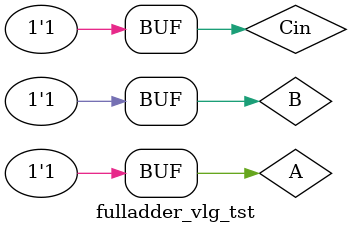
<source format=v>

                                                                                
// Verilog Test Bench template for design : fulladder
// 
// Simulation tool : Questa Intel FPGA (Verilog)
// 
`timescale 1 ps/ 1 ps
module fulladder_vlg_tst();
// constants                                           
// general purpose registers
reg eachvec;
// test vector input registers
reg A;
reg B;
reg Cin;
// wires                                               
wire Cout;
wire S;

// assign statements (if any)                          
fulladder FA (
	.A(A),
	.B(B),
	.Cin(Cin),
	.Cout(Cout),
	.S(S)
);

initial begin                                                  
	A = 1'b0; B = 1'b0; Cin = 1'b0;
	#10;
	A = 1'b0; B = 1'b0; Cin = 1'b1;
	#10;
	A = 1'b0; B = 1'b1; Cin = 1'b0;
	#10;
	A = 1'b0; B = 1'b1; Cin = 1'b1;
	#10;
	A = 1'b1; B = 1'b0; Cin = 1'b0;
	#10;
	A = 1'b1; B = 1'b0; Cin = 1'b1;
	#10;
	A = 1'b1; B = 1'b1; Cin = 1'b0;
	#10;
	A = 1'b1; B = 1'b1; Cin = 1'b1;
	#10;                                                       
// --> end                                             
$display("Running testbench");                       
end                                                    
//always                                                 
// optional sensitivity list                           
// @(event1 or event2 or .... eventn)                  
//begin                                                  
// code executes for every event on sensitivity list   
// insert code here --> begin                          
                                                       
//@eachvec;                                              
// --> end                                             
//end                                                  
endmodule


</source>
